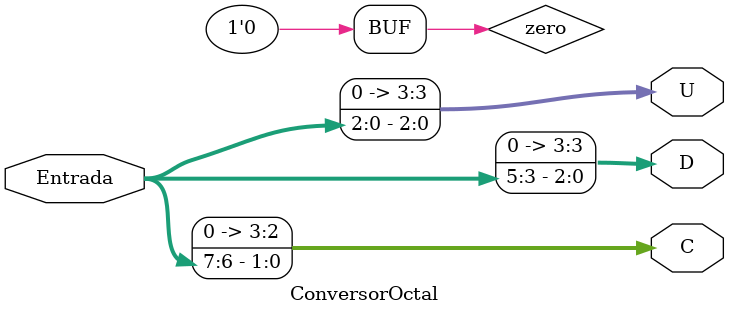
<source format=v>
module ConversorOctal(
    input  [7:0] Entrada, // Binário (0–255)
    output [3:0] C,       // Centenas octais (0–3)
    output [3:0] D,       // Dezenas octais (0–7)
    output [3:0] U        // Unidades octais (0–7)
);

    // ---------- Complementos ----------
    wire zero, n_fake;
    not (n_fake, Entrada[0]);
    and (zero, Entrada[0], n_fake);

    // ---------- CENTENA C[3:0] ----------
    wire n7, n6;
    not (n7, Entrada[7]);
    not (n6, Entrada[6]);

    // C[3:2] = 0
    and (C[3], zero, zero);
    and (C[2], zero, zero);

    // C[1] = Entrada[7]
    not (C[1], n7);

    // C[0] = Entrada[6]
    not (C[0], n6);

    // ---------- DEZENA D[3:0] ----------
    wire n5, n4, n3;
    not (n5, Entrada[5]);
    not (n4, Entrada[4]);
    not (n3, Entrada[3]);

    // D[3] = 0
    and (D[3], zero, zero);

    // D[2:0] = Entrada[5:3]
    not (D[2], n5);
    not (D[1], n4);
    not (D[0], n3);

    // ---------- UNIDADE U[3:0] ----------
    wire n2, n1, n0;
    not (n2, Entrada[2]);
    not (n1, Entrada[1]);
    not (n0, Entrada[0]);

    // U[3] = 0
    and (U[3], zero, zero);

    // U[2:0] = Entrada[2:0]
    not (U[2], n2);
    not (U[1], n1);
    not (U[0], n0);

endmodule

</source>
